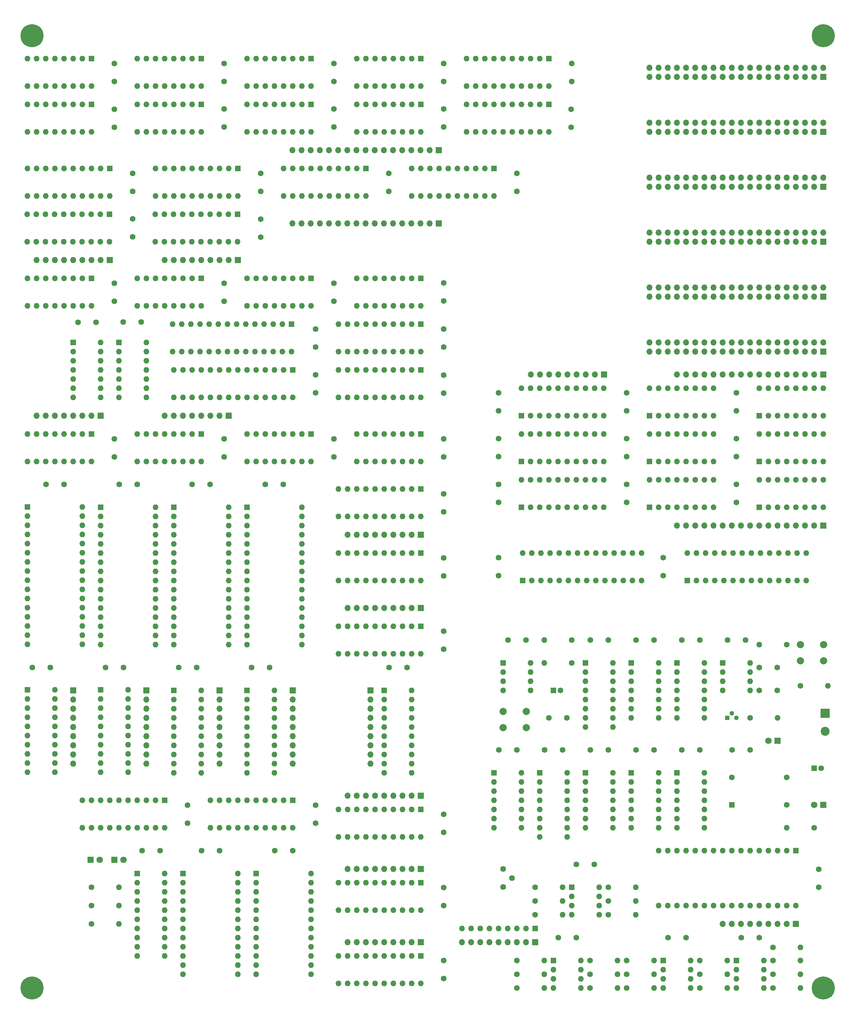
<source format=gbr>
G04 #@! TF.GenerationSoftware,KiCad,Pcbnew,(5.1.0-0)*
G04 #@! TF.CreationDate,2019-11-14T15:36:09-08:00*
G04 #@! TF.ProjectId,MainBoard,4d61696e-426f-4617-9264-2e6b69636164,rev?*
G04 #@! TF.SameCoordinates,Original*
G04 #@! TF.FileFunction,Soldermask,Top*
G04 #@! TF.FilePolarity,Negative*
%FSLAX46Y46*%
G04 Gerber Fmt 4.6, Leading zero omitted, Abs format (unit mm)*
G04 Created by KiCad (PCBNEW (5.1.0-0)) date 2019-11-14 15:36:09*
%MOMM*%
%LPD*%
G04 APERTURE LIST*
%ADD10O,1.600000X1.600000*%
%ADD11C,1.600000*%
%ADD12R,1.600000X1.600000*%
%ADD13O,1.700000X1.700000*%
%ADD14R,1.700000X1.700000*%
%ADD15C,2.500000*%
%ADD16R,2.500000X2.500000*%
%ADD17C,6.400000*%
%ADD18R,1.300000X1.300000*%
%ADD19C,1.300000*%
%ADD20C,2.000000*%
%ADD21C,1.620000*%
%ADD22C,1.800000*%
%ADD23R,1.800000X1.800000*%
G04 APERTURE END LIST*
D10*
X389890000Y-330327000D03*
D11*
X382270000Y-330327000D03*
D10*
X304800000Y-121920000D03*
X281940000Y-114300000D03*
X302260000Y-121920000D03*
X284480000Y-114300000D03*
X299720000Y-121920000D03*
X287020000Y-114300000D03*
X297180000Y-121920000D03*
X289560000Y-114300000D03*
X294640000Y-121920000D03*
X292100000Y-114300000D03*
X292100000Y-121920000D03*
X294640000Y-114300000D03*
X289560000Y-121920000D03*
X297180000Y-114300000D03*
X287020000Y-121920000D03*
X299720000Y-114300000D03*
X284480000Y-121920000D03*
X302260000Y-114300000D03*
X281940000Y-121920000D03*
D12*
X304800000Y-114300000D03*
D10*
X269240000Y-121920000D03*
X246380000Y-114300000D03*
X266700000Y-121920000D03*
X248920000Y-114300000D03*
X264160000Y-121920000D03*
X251460000Y-114300000D03*
X261620000Y-121920000D03*
X254000000Y-114300000D03*
X259080000Y-121920000D03*
X256540000Y-114300000D03*
X256540000Y-121920000D03*
X259080000Y-114300000D03*
X254000000Y-121920000D03*
X261620000Y-114300000D03*
X251460000Y-121920000D03*
X264160000Y-114300000D03*
X248920000Y-121920000D03*
X266700000Y-114300000D03*
X246380000Y-121920000D03*
D12*
X269240000Y-114300000D03*
D10*
X233680000Y-121920000D03*
X210820000Y-114300000D03*
X231140000Y-121920000D03*
X213360000Y-114300000D03*
X228600000Y-121920000D03*
X215900000Y-114300000D03*
X226060000Y-121920000D03*
X218440000Y-114300000D03*
X223520000Y-121920000D03*
X220980000Y-114300000D03*
X220980000Y-121920000D03*
X223520000Y-114300000D03*
X218440000Y-121920000D03*
X226060000Y-114300000D03*
X215900000Y-121920000D03*
X228600000Y-114300000D03*
X213360000Y-121920000D03*
X231140000Y-114300000D03*
X210820000Y-121920000D03*
D12*
X233680000Y-114300000D03*
D10*
X198120000Y-121920000D03*
X175260000Y-114300000D03*
X195580000Y-121920000D03*
X177800000Y-114300000D03*
X193040000Y-121920000D03*
X180340000Y-114300000D03*
X190500000Y-121920000D03*
X182880000Y-114300000D03*
X187960000Y-121920000D03*
X185420000Y-114300000D03*
X185420000Y-121920000D03*
X187960000Y-114300000D03*
X182880000Y-121920000D03*
X190500000Y-114300000D03*
X180340000Y-121920000D03*
X193040000Y-114300000D03*
X177800000Y-121920000D03*
X195580000Y-114300000D03*
X175260000Y-121920000D03*
D12*
X198120000Y-114300000D03*
D13*
X248840000Y-129540000D03*
X251380000Y-129540000D03*
X253920000Y-129540000D03*
X256460000Y-129540000D03*
X259000000Y-129540000D03*
X261540000Y-129540000D03*
X264080000Y-129540000D03*
X266620000Y-129540000D03*
X269160000Y-129540000D03*
X271700000Y-129540000D03*
X274240000Y-129540000D03*
X276780000Y-129540000D03*
X279320000Y-129540000D03*
X281860000Y-129540000D03*
X284400000Y-129540000D03*
X286940000Y-129540000D03*
D14*
X289480000Y-129540000D03*
D11*
X311150000Y-115650000D03*
X311150000Y-120650000D03*
X275590000Y-115650000D03*
X275590000Y-120650000D03*
X240030000Y-115650000D03*
X240030000Y-120650000D03*
X204470000Y-115650000D03*
X204470000Y-120650000D03*
D10*
X358540000Y-220980000D03*
X391560000Y-228600000D03*
X361080000Y-220980000D03*
X389020000Y-228600000D03*
X363620000Y-220980000D03*
X386480000Y-228600000D03*
X366160000Y-220980000D03*
X383940000Y-228600000D03*
X368700000Y-220980000D03*
X381400000Y-228600000D03*
X371240000Y-220980000D03*
X378860000Y-228600000D03*
X373780000Y-220980000D03*
X376320000Y-228600000D03*
X376320000Y-220980000D03*
X373780000Y-228600000D03*
X378860000Y-220980000D03*
X371240000Y-228600000D03*
X381400000Y-220980000D03*
X368700000Y-228600000D03*
X383940000Y-220980000D03*
X366160000Y-228600000D03*
X386480000Y-220980000D03*
X363620000Y-228600000D03*
X389020000Y-220980000D03*
X361080000Y-228600000D03*
X391560000Y-220980000D03*
D12*
X358540000Y-228600000D03*
D10*
X312820000Y-220980000D03*
X345840000Y-228600000D03*
X315360000Y-220980000D03*
X343300000Y-228600000D03*
X317900000Y-220980000D03*
X340760000Y-228600000D03*
X320440000Y-220980000D03*
X338220000Y-228600000D03*
X322980000Y-220980000D03*
X335680000Y-228600000D03*
X325520000Y-220980000D03*
X333140000Y-228600000D03*
X328060000Y-220980000D03*
X330600000Y-228600000D03*
X330600000Y-220980000D03*
X328060000Y-228600000D03*
X333140000Y-220980000D03*
X325520000Y-228600000D03*
X335680000Y-220980000D03*
X322980000Y-228600000D03*
X338220000Y-220980000D03*
X320440000Y-228600000D03*
X340760000Y-220980000D03*
X317900000Y-228600000D03*
X343300000Y-220980000D03*
X315360000Y-228600000D03*
X345840000Y-220980000D03*
D12*
X312820000Y-228600000D03*
D13*
X347980000Y-86360000D03*
X347980000Y-88900000D03*
X350520000Y-86360000D03*
X350520000Y-88900000D03*
X353060000Y-86360000D03*
X353060000Y-88900000D03*
X355600000Y-86360000D03*
X355600000Y-88900000D03*
X358140000Y-86360000D03*
X358140000Y-88900000D03*
X360680000Y-86360000D03*
X360680000Y-88900000D03*
X363220000Y-86360000D03*
X363220000Y-88900000D03*
X365760000Y-86360000D03*
X365760000Y-88900000D03*
X368300000Y-86360000D03*
X368300000Y-88900000D03*
X370840000Y-86360000D03*
X370840000Y-88900000D03*
X373380000Y-86360000D03*
X373380000Y-88900000D03*
X375920000Y-86360000D03*
X375920000Y-88900000D03*
X378460000Y-86360000D03*
X378460000Y-88900000D03*
X381000000Y-86360000D03*
X381000000Y-88900000D03*
X383540000Y-86360000D03*
X383540000Y-88900000D03*
X386080000Y-86360000D03*
X386080000Y-88900000D03*
X388620000Y-86360000D03*
X388620000Y-88900000D03*
X391160000Y-86360000D03*
X391160000Y-88900000D03*
X393700000Y-86360000D03*
X393700000Y-88900000D03*
X396240000Y-86360000D03*
D14*
X396240000Y-88900000D03*
D11*
X351790000Y-227250000D03*
X351790000Y-222250000D03*
X306070000Y-227250000D03*
X306070000Y-222250000D03*
D13*
X355600000Y-171450000D03*
X358140000Y-171450000D03*
X360680000Y-171450000D03*
X363220000Y-171450000D03*
X365760000Y-171450000D03*
X368300000Y-171450000D03*
X370840000Y-171450000D03*
X373380000Y-171450000D03*
X375920000Y-171450000D03*
X378460000Y-171450000D03*
X381000000Y-171450000D03*
X383540000Y-171450000D03*
X386080000Y-171450000D03*
X388620000Y-171450000D03*
X391160000Y-171450000D03*
X393700000Y-171450000D03*
D14*
X396240000Y-171450000D03*
D10*
X347980000Y-200660000D03*
X365760000Y-208280000D03*
X350520000Y-200660000D03*
X363220000Y-208280000D03*
X353060000Y-200660000D03*
X360680000Y-208280000D03*
X355600000Y-200660000D03*
X358140000Y-208280000D03*
X358140000Y-200660000D03*
X355600000Y-208280000D03*
X360680000Y-200660000D03*
X353060000Y-208280000D03*
X363220000Y-200660000D03*
X350520000Y-208280000D03*
X365760000Y-200660000D03*
D12*
X347980000Y-208280000D03*
D10*
X378460000Y-200660000D03*
X396240000Y-208280000D03*
X381000000Y-200660000D03*
X393700000Y-208280000D03*
X383540000Y-200660000D03*
X391160000Y-208280000D03*
X386080000Y-200660000D03*
X388620000Y-208280000D03*
X388620000Y-200660000D03*
X386080000Y-208280000D03*
X391160000Y-200660000D03*
X383540000Y-208280000D03*
X393700000Y-200660000D03*
X381000000Y-208280000D03*
X396240000Y-200660000D03*
D12*
X378460000Y-208280000D03*
D10*
X312420000Y-187960000D03*
X335280000Y-195580000D03*
X314960000Y-187960000D03*
X332740000Y-195580000D03*
X317500000Y-187960000D03*
X330200000Y-195580000D03*
X320040000Y-187960000D03*
X327660000Y-195580000D03*
X322580000Y-187960000D03*
X325120000Y-195580000D03*
X325120000Y-187960000D03*
X322580000Y-195580000D03*
X327660000Y-187960000D03*
X320040000Y-195580000D03*
X330200000Y-187960000D03*
X317500000Y-195580000D03*
X332740000Y-187960000D03*
X314960000Y-195580000D03*
X335280000Y-187960000D03*
D12*
X312420000Y-195580000D03*
D10*
X347980000Y-187960000D03*
X365760000Y-195580000D03*
X350520000Y-187960000D03*
X363220000Y-195580000D03*
X353060000Y-187960000D03*
X360680000Y-195580000D03*
X355600000Y-187960000D03*
X358140000Y-195580000D03*
X358140000Y-187960000D03*
X355600000Y-195580000D03*
X360680000Y-187960000D03*
X353060000Y-195580000D03*
X363220000Y-187960000D03*
X350520000Y-195580000D03*
X365760000Y-187960000D03*
D12*
X347980000Y-195580000D03*
D10*
X312420000Y-200660000D03*
X335280000Y-208280000D03*
X314960000Y-200660000D03*
X332740000Y-208280000D03*
X317500000Y-200660000D03*
X330200000Y-208280000D03*
X320040000Y-200660000D03*
X327660000Y-208280000D03*
X322580000Y-200660000D03*
X325120000Y-208280000D03*
X325120000Y-200660000D03*
X322580000Y-208280000D03*
X327660000Y-200660000D03*
X320040000Y-208280000D03*
X330200000Y-200660000D03*
X317500000Y-208280000D03*
X332740000Y-200660000D03*
X314960000Y-208280000D03*
X335280000Y-200660000D03*
D12*
X312420000Y-208280000D03*
D10*
X378460000Y-187960000D03*
X396240000Y-195580000D03*
X381000000Y-187960000D03*
X393700000Y-195580000D03*
X383540000Y-187960000D03*
X391160000Y-195580000D03*
X386080000Y-187960000D03*
X388620000Y-195580000D03*
X388620000Y-187960000D03*
X386080000Y-195580000D03*
X391160000Y-187960000D03*
X383540000Y-195580000D03*
X393700000Y-187960000D03*
X381000000Y-195580000D03*
X396240000Y-187960000D03*
D12*
X378460000Y-195580000D03*
D13*
X355600000Y-213360000D03*
X358140000Y-213360000D03*
X360680000Y-213360000D03*
X363220000Y-213360000D03*
X365760000Y-213360000D03*
X368300000Y-213360000D03*
X370840000Y-213360000D03*
X373380000Y-213360000D03*
X375920000Y-213360000D03*
X378460000Y-213360000D03*
X381000000Y-213360000D03*
X383540000Y-213360000D03*
X386080000Y-213360000D03*
X388620000Y-213360000D03*
X391160000Y-213360000D03*
X393700000Y-213360000D03*
D14*
X396240000Y-213360000D03*
D11*
X306070000Y-206930000D03*
X306070000Y-201930000D03*
X372110000Y-206930000D03*
X372110000Y-201930000D03*
X341630000Y-206930000D03*
X341630000Y-201930000D03*
X372110000Y-194230000D03*
X372110000Y-189230000D03*
X341630000Y-194230000D03*
X341630000Y-189230000D03*
X306070000Y-194230000D03*
X306070000Y-189230000D03*
D10*
X193040000Y-91440000D03*
X175260000Y-83820000D03*
X190500000Y-91440000D03*
X177800000Y-83820000D03*
X187960000Y-91440000D03*
X180340000Y-83820000D03*
X185420000Y-91440000D03*
X182880000Y-83820000D03*
X182880000Y-91440000D03*
X185420000Y-83820000D03*
X180340000Y-91440000D03*
X187960000Y-83820000D03*
X177800000Y-91440000D03*
X190500000Y-83820000D03*
X175260000Y-91440000D03*
D12*
X193040000Y-83820000D03*
D10*
X223520000Y-91440000D03*
X205740000Y-83820000D03*
X220980000Y-91440000D03*
X208280000Y-83820000D03*
X218440000Y-91440000D03*
X210820000Y-83820000D03*
X215900000Y-91440000D03*
X213360000Y-83820000D03*
X213360000Y-91440000D03*
X215900000Y-83820000D03*
X210820000Y-91440000D03*
X218440000Y-83820000D03*
X208280000Y-91440000D03*
X220980000Y-83820000D03*
X205740000Y-91440000D03*
D12*
X223520000Y-83820000D03*
D10*
X320040000Y-91440000D03*
X297180000Y-83820000D03*
X317500000Y-91440000D03*
X299720000Y-83820000D03*
X314960000Y-91440000D03*
X302260000Y-83820000D03*
X312420000Y-91440000D03*
X304800000Y-83820000D03*
X309880000Y-91440000D03*
X307340000Y-83820000D03*
X307340000Y-91440000D03*
X309880000Y-83820000D03*
X304800000Y-91440000D03*
X312420000Y-83820000D03*
X302260000Y-91440000D03*
X314960000Y-83820000D03*
X299720000Y-91440000D03*
X317500000Y-83820000D03*
X297180000Y-91440000D03*
D12*
X320040000Y-83820000D03*
D10*
X254000000Y-91440000D03*
X236220000Y-83820000D03*
X251460000Y-91440000D03*
X238760000Y-83820000D03*
X248920000Y-91440000D03*
X241300000Y-83820000D03*
X246380000Y-91440000D03*
X243840000Y-83820000D03*
X243840000Y-91440000D03*
X246380000Y-83820000D03*
X241300000Y-91440000D03*
X248920000Y-83820000D03*
X238760000Y-91440000D03*
X251460000Y-83820000D03*
X236220000Y-91440000D03*
D12*
X254000000Y-83820000D03*
D10*
X320040000Y-104140000D03*
X297180000Y-96520000D03*
X317500000Y-104140000D03*
X299720000Y-96520000D03*
X314960000Y-104140000D03*
X302260000Y-96520000D03*
X312420000Y-104140000D03*
X304800000Y-96520000D03*
X309880000Y-104140000D03*
X307340000Y-96520000D03*
X307340000Y-104140000D03*
X309880000Y-96520000D03*
X304800000Y-104140000D03*
X312420000Y-96520000D03*
X302260000Y-104140000D03*
X314960000Y-96520000D03*
X299720000Y-104140000D03*
X317500000Y-96520000D03*
X297180000Y-104140000D03*
D12*
X320040000Y-96520000D03*
D10*
X284480000Y-91440000D03*
X266700000Y-83820000D03*
X281940000Y-91440000D03*
X269240000Y-83820000D03*
X279400000Y-91440000D03*
X271780000Y-83820000D03*
X276860000Y-91440000D03*
X274320000Y-83820000D03*
X274320000Y-91440000D03*
X276860000Y-83820000D03*
X271780000Y-91440000D03*
X279400000Y-83820000D03*
X269240000Y-91440000D03*
X281940000Y-83820000D03*
X266700000Y-91440000D03*
D12*
X284480000Y-83820000D03*
D11*
X326390000Y-85170000D03*
X326390000Y-90170000D03*
X326263000Y-97870000D03*
X326263000Y-102870000D03*
X275670000Y-252730000D03*
X280670000Y-252730000D03*
D13*
X264160000Y-236220000D03*
X266700000Y-236220000D03*
X269240000Y-236220000D03*
X271780000Y-236220000D03*
X274320000Y-236220000D03*
X276860000Y-236220000D03*
X279400000Y-236220000D03*
X281940000Y-236220000D03*
D14*
X284480000Y-236220000D03*
D13*
X264160000Y-215900000D03*
X266700000Y-215900000D03*
X269240000Y-215900000D03*
X271780000Y-215900000D03*
X274320000Y-215900000D03*
X276860000Y-215900000D03*
X279400000Y-215900000D03*
X281940000Y-215900000D03*
D14*
X284480000Y-215900000D03*
D10*
X233680000Y-309880000D03*
X218440000Y-337820000D03*
X233680000Y-312420000D03*
X218440000Y-335280000D03*
X233680000Y-314960000D03*
X218440000Y-332740000D03*
X233680000Y-317500000D03*
X218440000Y-330200000D03*
X233680000Y-320040000D03*
X218440000Y-327660000D03*
X233680000Y-322580000D03*
X218440000Y-325120000D03*
X233680000Y-325120000D03*
X218440000Y-322580000D03*
X233680000Y-327660000D03*
X218440000Y-320040000D03*
X233680000Y-330200000D03*
X218440000Y-317500000D03*
X233680000Y-332740000D03*
X218440000Y-314960000D03*
X233680000Y-335280000D03*
X218440000Y-312420000D03*
X233680000Y-337820000D03*
D12*
X218440000Y-309880000D03*
D10*
X254000000Y-309880000D03*
X238760000Y-337820000D03*
X254000000Y-312420000D03*
X238760000Y-335280000D03*
X254000000Y-314960000D03*
X238760000Y-332740000D03*
X254000000Y-317500000D03*
X238760000Y-330200000D03*
X254000000Y-320040000D03*
X238760000Y-327660000D03*
X254000000Y-322580000D03*
X238760000Y-325120000D03*
X254000000Y-325120000D03*
X238760000Y-322580000D03*
X254000000Y-327660000D03*
X238760000Y-320040000D03*
X254000000Y-330200000D03*
X238760000Y-317500000D03*
X254000000Y-332740000D03*
X238760000Y-314960000D03*
X254000000Y-335280000D03*
X238760000Y-312420000D03*
X254000000Y-337820000D03*
D12*
X238760000Y-309880000D03*
D10*
X284480000Y-340360000D03*
X261620000Y-332740000D03*
X281940000Y-340360000D03*
X264160000Y-332740000D03*
X279400000Y-340360000D03*
X266700000Y-332740000D03*
X276860000Y-340360000D03*
X269240000Y-332740000D03*
X274320000Y-340360000D03*
X271780000Y-332740000D03*
X271780000Y-340360000D03*
X274320000Y-332740000D03*
X269240000Y-340360000D03*
X276860000Y-332740000D03*
X266700000Y-340360000D03*
X279400000Y-332740000D03*
X264160000Y-340360000D03*
X281940000Y-332740000D03*
X261620000Y-340360000D03*
D12*
X284480000Y-332740000D03*
D10*
X284480000Y-320040000D03*
X261620000Y-312420000D03*
X281940000Y-320040000D03*
X264160000Y-312420000D03*
X279400000Y-320040000D03*
X266700000Y-312420000D03*
X276860000Y-320040000D03*
X269240000Y-312420000D03*
X274320000Y-320040000D03*
X271780000Y-312420000D03*
X271780000Y-320040000D03*
X274320000Y-312420000D03*
X269240000Y-320040000D03*
X276860000Y-312420000D03*
X266700000Y-320040000D03*
X279400000Y-312420000D03*
X264160000Y-320040000D03*
X281940000Y-312420000D03*
X261620000Y-320040000D03*
D12*
X284480000Y-312420000D03*
D10*
X284480000Y-299720000D03*
X261620000Y-292100000D03*
X281940000Y-299720000D03*
X264160000Y-292100000D03*
X279400000Y-299720000D03*
X266700000Y-292100000D03*
X276860000Y-299720000D03*
X269240000Y-292100000D03*
X274320000Y-299720000D03*
X271780000Y-292100000D03*
X271780000Y-299720000D03*
X274320000Y-292100000D03*
X269240000Y-299720000D03*
X276860000Y-292100000D03*
X266700000Y-299720000D03*
X279400000Y-292100000D03*
X264160000Y-299720000D03*
X281940000Y-292100000D03*
X261620000Y-299720000D03*
D12*
X284480000Y-292100000D03*
D10*
X281940000Y-259080000D03*
X274320000Y-281940000D03*
X281940000Y-261620000D03*
X274320000Y-279400000D03*
X281940000Y-264160000D03*
X274320000Y-276860000D03*
X281940000Y-266700000D03*
X274320000Y-274320000D03*
X281940000Y-269240000D03*
X274320000Y-271780000D03*
X281940000Y-271780000D03*
X274320000Y-269240000D03*
X281940000Y-274320000D03*
X274320000Y-266700000D03*
X281940000Y-276860000D03*
X274320000Y-264160000D03*
X281940000Y-279400000D03*
X274320000Y-261620000D03*
X281940000Y-281940000D03*
D12*
X274320000Y-259080000D03*
D10*
X284480000Y-165100000D03*
X261620000Y-157480000D03*
X281940000Y-165100000D03*
X264160000Y-157480000D03*
X279400000Y-165100000D03*
X266700000Y-157480000D03*
X276860000Y-165100000D03*
X269240000Y-157480000D03*
X274320000Y-165100000D03*
X271780000Y-157480000D03*
X271780000Y-165100000D03*
X274320000Y-157480000D03*
X269240000Y-165100000D03*
X276860000Y-157480000D03*
X266700000Y-165100000D03*
X279400000Y-157480000D03*
X264160000Y-165100000D03*
X281940000Y-157480000D03*
X261620000Y-165100000D03*
D12*
X284480000Y-157480000D03*
D10*
X284480000Y-177800000D03*
X261620000Y-170180000D03*
X281940000Y-177800000D03*
X264160000Y-170180000D03*
X279400000Y-177800000D03*
X266700000Y-170180000D03*
X276860000Y-177800000D03*
X269240000Y-170180000D03*
X274320000Y-177800000D03*
X271780000Y-170180000D03*
X271780000Y-177800000D03*
X274320000Y-170180000D03*
X269240000Y-177800000D03*
X276860000Y-170180000D03*
X266700000Y-177800000D03*
X279400000Y-170180000D03*
X264160000Y-177800000D03*
X281940000Y-170180000D03*
X261620000Y-177800000D03*
D12*
X284480000Y-170180000D03*
D10*
X248615800Y-165100000D03*
X215595800Y-157480000D03*
X246075800Y-165100000D03*
X218135800Y-157480000D03*
X243535800Y-165100000D03*
X220675800Y-157480000D03*
X240995800Y-165100000D03*
X223215800Y-157480000D03*
X238455800Y-165100000D03*
X225755800Y-157480000D03*
X235915800Y-165100000D03*
X228295800Y-157480000D03*
X233375800Y-165100000D03*
X230835800Y-157480000D03*
X230835800Y-165100000D03*
X233375800Y-157480000D03*
X228295800Y-165100000D03*
X235915800Y-157480000D03*
X225755800Y-165100000D03*
X238455800Y-157480000D03*
X223215800Y-165100000D03*
X240995800Y-157480000D03*
X220675800Y-165100000D03*
X243535800Y-157480000D03*
X218135800Y-165100000D03*
X246075800Y-157480000D03*
X215595800Y-165100000D03*
D12*
X248615800Y-157480000D03*
D10*
X248920000Y-177800000D03*
X215900000Y-170180000D03*
X246380000Y-177800000D03*
X218440000Y-170180000D03*
X243840000Y-177800000D03*
X220980000Y-170180000D03*
X241300000Y-177800000D03*
X223520000Y-170180000D03*
X238760000Y-177800000D03*
X226060000Y-170180000D03*
X236220000Y-177800000D03*
X228600000Y-170180000D03*
X233680000Y-177800000D03*
X231140000Y-170180000D03*
X231140000Y-177800000D03*
X233680000Y-170180000D03*
X228600000Y-177800000D03*
X236220000Y-170180000D03*
X226060000Y-177800000D03*
X238760000Y-170180000D03*
X223520000Y-177800000D03*
X241300000Y-170180000D03*
X220980000Y-177800000D03*
X243840000Y-170180000D03*
X218440000Y-177800000D03*
X246380000Y-170180000D03*
X215900000Y-177800000D03*
D12*
X248920000Y-170180000D03*
D13*
X248920000Y-279400000D03*
X248920000Y-276860000D03*
X248920000Y-274320000D03*
X248920000Y-271780000D03*
X248920000Y-269240000D03*
X248920000Y-266700000D03*
X248920000Y-264160000D03*
X248920000Y-261620000D03*
D14*
X248920000Y-259080000D03*
D13*
X228600000Y-279400000D03*
X228600000Y-276860000D03*
X228600000Y-274320000D03*
X228600000Y-271780000D03*
X228600000Y-269240000D03*
X228600000Y-266700000D03*
X228600000Y-264160000D03*
X228600000Y-261620000D03*
D14*
X228600000Y-259080000D03*
D13*
X208280000Y-279400000D03*
X208280000Y-276860000D03*
X208280000Y-274320000D03*
X208280000Y-271780000D03*
X208280000Y-269240000D03*
X208280000Y-266700000D03*
X208280000Y-264160000D03*
X208280000Y-261620000D03*
D14*
X208280000Y-259080000D03*
D13*
X187960000Y-279400000D03*
X187960000Y-276860000D03*
X187960000Y-274320000D03*
X187960000Y-271780000D03*
X187960000Y-269240000D03*
X187960000Y-266700000D03*
X187960000Y-264160000D03*
X187960000Y-261620000D03*
D14*
X187960000Y-259080000D03*
D10*
X203200000Y-258922000D03*
X195580000Y-281782000D03*
X203200000Y-261462000D03*
X195580000Y-279242000D03*
X203200000Y-264002000D03*
X195580000Y-276702000D03*
X203200000Y-266542000D03*
X195580000Y-274162000D03*
X203200000Y-269082000D03*
X195580000Y-271622000D03*
X203200000Y-271622000D03*
X195580000Y-269082000D03*
X203200000Y-274162000D03*
X195580000Y-266542000D03*
X203200000Y-276702000D03*
X195580000Y-264002000D03*
X203200000Y-279242000D03*
X195580000Y-261462000D03*
X203200000Y-281782000D03*
D12*
X195580000Y-258922000D03*
D10*
X182880000Y-258922000D03*
X175260000Y-281782000D03*
X182880000Y-261462000D03*
X175260000Y-279242000D03*
X182880000Y-264002000D03*
X175260000Y-276702000D03*
X182880000Y-266542000D03*
X175260000Y-274162000D03*
X182880000Y-269082000D03*
X175260000Y-271622000D03*
X182880000Y-271622000D03*
X175260000Y-269082000D03*
X182880000Y-274162000D03*
X175260000Y-266542000D03*
X182880000Y-276702000D03*
X175260000Y-264002000D03*
X182880000Y-279242000D03*
X175260000Y-261462000D03*
X182880000Y-281782000D03*
D12*
X175260000Y-258922000D03*
D10*
X210820000Y-208280000D03*
X195580000Y-246380000D03*
X210820000Y-210820000D03*
X195580000Y-243840000D03*
X210820000Y-213360000D03*
X195580000Y-241300000D03*
X210820000Y-215900000D03*
X195580000Y-238760000D03*
X210820000Y-218440000D03*
X195580000Y-236220000D03*
X210820000Y-220980000D03*
X195580000Y-233680000D03*
X210820000Y-223520000D03*
X195580000Y-231140000D03*
X210820000Y-226060000D03*
X195580000Y-228600000D03*
X210820000Y-228600000D03*
X195580000Y-226060000D03*
X210820000Y-231140000D03*
X195580000Y-223520000D03*
X210820000Y-233680000D03*
X195580000Y-220980000D03*
X210820000Y-236220000D03*
X195580000Y-218440000D03*
X210820000Y-238760000D03*
X195580000Y-215900000D03*
X210820000Y-241300000D03*
X195580000Y-213360000D03*
X210820000Y-243840000D03*
X195580000Y-210820000D03*
X210820000Y-246380000D03*
D12*
X195580000Y-208280000D03*
D10*
X190500000Y-208172000D03*
X175260000Y-246272000D03*
X190500000Y-210712000D03*
X175260000Y-243732000D03*
X190500000Y-213252000D03*
X175260000Y-241192000D03*
X190500000Y-215792000D03*
X175260000Y-238652000D03*
X190500000Y-218332000D03*
X175260000Y-236112000D03*
X190500000Y-220872000D03*
X175260000Y-233572000D03*
X190500000Y-223412000D03*
X175260000Y-231032000D03*
X190500000Y-225952000D03*
X175260000Y-228492000D03*
X190500000Y-228492000D03*
X175260000Y-225952000D03*
X190500000Y-231032000D03*
X175260000Y-223412000D03*
X190500000Y-233572000D03*
X175260000Y-220872000D03*
X190500000Y-236112000D03*
X175260000Y-218332000D03*
X190500000Y-238652000D03*
X175260000Y-215792000D03*
X190500000Y-241192000D03*
X175260000Y-213252000D03*
X190500000Y-243732000D03*
X175260000Y-210712000D03*
X190500000Y-246272000D03*
D12*
X175260000Y-208172000D03*
D11*
X180420000Y-201930000D03*
X185420000Y-201930000D03*
X196930000Y-252730000D03*
X201930000Y-252730000D03*
X176610000Y-252730000D03*
X181610000Y-252730000D03*
X200740000Y-201930000D03*
X205740000Y-201930000D03*
D10*
X378460000Y-175260000D03*
X396240000Y-182880000D03*
X381000000Y-175260000D03*
X393700000Y-182880000D03*
X383540000Y-175260000D03*
X391160000Y-182880000D03*
X386080000Y-175260000D03*
X388620000Y-182880000D03*
X388620000Y-175260000D03*
X386080000Y-182880000D03*
X391160000Y-175260000D03*
X383540000Y-182880000D03*
X393700000Y-175260000D03*
X381000000Y-182880000D03*
X396240000Y-175260000D03*
D12*
X378460000Y-182880000D03*
D15*
X396748000Y-270430000D03*
D16*
X396748000Y-265430000D03*
D17*
X396240000Y-341630000D03*
X396240000Y-77470000D03*
X176530000Y-341630000D03*
X176530000Y-77470000D03*
D10*
X208280000Y-162560000D03*
X200660000Y-177800000D03*
X208280000Y-165100000D03*
X200660000Y-175260000D03*
X208280000Y-167640000D03*
X200660000Y-172720000D03*
X208280000Y-170180000D03*
X200660000Y-170180000D03*
X208280000Y-172720000D03*
X200660000Y-167640000D03*
X208280000Y-175260000D03*
X200660000Y-165100000D03*
X208280000Y-177800000D03*
D12*
X200660000Y-162560000D03*
D10*
X195580000Y-162560000D03*
X187960000Y-177800000D03*
X195580000Y-165100000D03*
X187960000Y-175260000D03*
X195580000Y-167640000D03*
X187960000Y-172720000D03*
X195580000Y-170180000D03*
X187960000Y-170180000D03*
X195580000Y-172720000D03*
X187960000Y-167640000D03*
X195580000Y-175260000D03*
X187960000Y-165100000D03*
X195580000Y-177800000D03*
D12*
X187960000Y-162560000D03*
D11*
X290830000Y-158830000D03*
X290830000Y-163830000D03*
X372110000Y-181530000D03*
X372110000Y-176530000D03*
D13*
X347980000Y-116840000D03*
X347980000Y-119380000D03*
X350520000Y-116840000D03*
X350520000Y-119380000D03*
X353060000Y-116840000D03*
X353060000Y-119380000D03*
X355600000Y-116840000D03*
X355600000Y-119380000D03*
X358140000Y-116840000D03*
X358140000Y-119380000D03*
X360680000Y-116840000D03*
X360680000Y-119380000D03*
X363220000Y-116840000D03*
X363220000Y-119380000D03*
X365760000Y-116840000D03*
X365760000Y-119380000D03*
X368300000Y-116840000D03*
X368300000Y-119380000D03*
X370840000Y-116840000D03*
X370840000Y-119380000D03*
X373380000Y-116840000D03*
X373380000Y-119380000D03*
X375920000Y-116840000D03*
X375920000Y-119380000D03*
X378460000Y-116840000D03*
X378460000Y-119380000D03*
X381000000Y-116840000D03*
X381000000Y-119380000D03*
X383540000Y-116840000D03*
X383540000Y-119380000D03*
X386080000Y-116840000D03*
X386080000Y-119380000D03*
X388620000Y-116840000D03*
X388620000Y-119380000D03*
X391160000Y-116840000D03*
X391160000Y-119380000D03*
X393700000Y-116840000D03*
X393700000Y-119380000D03*
X396240000Y-116840000D03*
D14*
X396240000Y-119380000D03*
D13*
X347980000Y-147320000D03*
X347980000Y-149860000D03*
X350520000Y-147320000D03*
X350520000Y-149860000D03*
X353060000Y-147320000D03*
X353060000Y-149860000D03*
X355600000Y-147320000D03*
X355600000Y-149860000D03*
X358140000Y-147320000D03*
X358140000Y-149860000D03*
X360680000Y-147320000D03*
X360680000Y-149860000D03*
X363220000Y-147320000D03*
X363220000Y-149860000D03*
X365760000Y-147320000D03*
X365760000Y-149860000D03*
X368300000Y-147320000D03*
X368300000Y-149860000D03*
X370840000Y-147320000D03*
X370840000Y-149860000D03*
X373380000Y-147320000D03*
X373380000Y-149860000D03*
X375920000Y-147320000D03*
X375920000Y-149860000D03*
X378460000Y-147320000D03*
X378460000Y-149860000D03*
X381000000Y-147320000D03*
X381000000Y-149860000D03*
X383540000Y-147320000D03*
X383540000Y-149860000D03*
X386080000Y-147320000D03*
X386080000Y-149860000D03*
X388620000Y-147320000D03*
X388620000Y-149860000D03*
X391160000Y-147320000D03*
X391160000Y-149860000D03*
X393700000Y-147320000D03*
X393700000Y-149860000D03*
X396240000Y-147320000D03*
D14*
X396240000Y-149860000D03*
D13*
X347980000Y-162560000D03*
X347980000Y-165100000D03*
X350520000Y-162560000D03*
X350520000Y-165100000D03*
X353060000Y-162560000D03*
X353060000Y-165100000D03*
X355600000Y-162560000D03*
X355600000Y-165100000D03*
X358140000Y-162560000D03*
X358140000Y-165100000D03*
X360680000Y-162560000D03*
X360680000Y-165100000D03*
X363220000Y-162560000D03*
X363220000Y-165100000D03*
X365760000Y-162560000D03*
X365760000Y-165100000D03*
X368300000Y-162560000D03*
X368300000Y-165100000D03*
X370840000Y-162560000D03*
X370840000Y-165100000D03*
X373380000Y-162560000D03*
X373380000Y-165100000D03*
X375920000Y-162560000D03*
X375920000Y-165100000D03*
X378460000Y-162560000D03*
X378460000Y-165100000D03*
X381000000Y-162560000D03*
X381000000Y-165100000D03*
X383540000Y-162560000D03*
X383540000Y-165100000D03*
X386080000Y-162560000D03*
X386080000Y-165100000D03*
X388620000Y-162560000D03*
X388620000Y-165100000D03*
X391160000Y-162560000D03*
X391160000Y-165100000D03*
X393700000Y-162560000D03*
X393700000Y-165100000D03*
X396240000Y-162560000D03*
D14*
X396240000Y-165100000D03*
D13*
X347980000Y-132080000D03*
X347980000Y-134620000D03*
X350520000Y-132080000D03*
X350520000Y-134620000D03*
X353060000Y-132080000D03*
X353060000Y-134620000D03*
X355600000Y-132080000D03*
X355600000Y-134620000D03*
X358140000Y-132080000D03*
X358140000Y-134620000D03*
X360680000Y-132080000D03*
X360680000Y-134620000D03*
X363220000Y-132080000D03*
X363220000Y-134620000D03*
X365760000Y-132080000D03*
X365760000Y-134620000D03*
X368300000Y-132080000D03*
X368300000Y-134620000D03*
X370840000Y-132080000D03*
X370840000Y-134620000D03*
X373380000Y-132080000D03*
X373380000Y-134620000D03*
X375920000Y-132080000D03*
X375920000Y-134620000D03*
X378460000Y-132080000D03*
X378460000Y-134620000D03*
X381000000Y-132080000D03*
X381000000Y-134620000D03*
X383540000Y-132080000D03*
X383540000Y-134620000D03*
X386080000Y-132080000D03*
X386080000Y-134620000D03*
X388620000Y-132080000D03*
X388620000Y-134620000D03*
X391160000Y-132080000D03*
X391160000Y-134620000D03*
X393700000Y-132080000D03*
X393700000Y-134620000D03*
X396240000Y-132080000D03*
D14*
X396240000Y-134620000D03*
D13*
X347980000Y-101600000D03*
X347980000Y-104140000D03*
X350520000Y-101600000D03*
X350520000Y-104140000D03*
X353060000Y-101600000D03*
X353060000Y-104140000D03*
X355600000Y-101600000D03*
X355600000Y-104140000D03*
X358140000Y-101600000D03*
X358140000Y-104140000D03*
X360680000Y-101600000D03*
X360680000Y-104140000D03*
X363220000Y-101600000D03*
X363220000Y-104140000D03*
X365760000Y-101600000D03*
X365760000Y-104140000D03*
X368300000Y-101600000D03*
X368300000Y-104140000D03*
X370840000Y-101600000D03*
X370840000Y-104140000D03*
X373380000Y-101600000D03*
X373380000Y-104140000D03*
X375920000Y-101600000D03*
X375920000Y-104140000D03*
X378460000Y-101600000D03*
X378460000Y-104140000D03*
X381000000Y-101600000D03*
X381000000Y-104140000D03*
X383540000Y-101600000D03*
X383540000Y-104140000D03*
X386080000Y-101600000D03*
X386080000Y-104140000D03*
X388620000Y-101600000D03*
X388620000Y-104140000D03*
X391160000Y-101600000D03*
X391160000Y-104140000D03*
X393700000Y-101600000D03*
X393700000Y-104140000D03*
X396240000Y-101600000D03*
D14*
X396240000Y-104140000D03*
D10*
X243835800Y-259080000D03*
X236215800Y-281940000D03*
X243835800Y-261620000D03*
X236215800Y-279400000D03*
X243835800Y-264160000D03*
X236215800Y-276860000D03*
X243835800Y-266700000D03*
X236215800Y-274320000D03*
X243835800Y-269240000D03*
X236215800Y-271780000D03*
X243835800Y-271780000D03*
X236215800Y-269240000D03*
X243835800Y-274320000D03*
X236215800Y-266700000D03*
X243835800Y-276860000D03*
X236215800Y-264160000D03*
X243835800Y-279400000D03*
X236215800Y-261620000D03*
X243835800Y-281940000D03*
D12*
X236215800Y-259080000D03*
D11*
X369650000Y-245110000D03*
X374650000Y-245110000D03*
X386080000Y-290830000D03*
X386080000Y-283210000D03*
X370840000Y-283210000D03*
D12*
X370840000Y-290830000D03*
D10*
X383540000Y-266700000D03*
D11*
X375920000Y-266700000D03*
D10*
X378460000Y-246380000D03*
D11*
X386080000Y-246380000D03*
D10*
X397510000Y-257810000D03*
D11*
X389890000Y-257810000D03*
X383460000Y-252730000D03*
X378460000Y-252730000D03*
X383460000Y-259080000D03*
X378460000Y-259080000D03*
D10*
X318770000Y-251460000D03*
D11*
X326390000Y-251460000D03*
D10*
X318770000Y-245110000D03*
D11*
X326390000Y-245110000D03*
X325040000Y-266700000D03*
X320040000Y-266700000D03*
X323310000Y-259080000D03*
D12*
X321310000Y-259080000D03*
D10*
X251460000Y-208280000D03*
X236220000Y-246380000D03*
X251460000Y-210820000D03*
X236220000Y-243840000D03*
X251460000Y-213360000D03*
X236220000Y-241300000D03*
X251460000Y-215900000D03*
X236220000Y-238760000D03*
X251460000Y-218440000D03*
X236220000Y-236220000D03*
X251460000Y-220980000D03*
X236220000Y-233680000D03*
X251460000Y-223520000D03*
X236220000Y-231140000D03*
X251460000Y-226060000D03*
X236220000Y-228600000D03*
X251460000Y-228600000D03*
X236220000Y-226060000D03*
X251460000Y-231140000D03*
X236220000Y-223520000D03*
X251460000Y-233680000D03*
X236220000Y-220980000D03*
X251460000Y-236220000D03*
X236220000Y-218440000D03*
X251460000Y-238760000D03*
X236220000Y-215900000D03*
X251460000Y-241300000D03*
X236220000Y-213360000D03*
X251460000Y-243840000D03*
X236220000Y-210820000D03*
X251460000Y-246380000D03*
D12*
X236220000Y-208280000D03*
D13*
X177800000Y-182880000D03*
X180340000Y-182880000D03*
X182880000Y-182880000D03*
X185420000Y-182880000D03*
X187960000Y-182880000D03*
X190500000Y-182880000D03*
X193040000Y-182880000D03*
D14*
X195580000Y-182880000D03*
D13*
X213360000Y-182880000D03*
X215900000Y-182880000D03*
X218440000Y-182880000D03*
X220980000Y-182880000D03*
X223520000Y-182880000D03*
X226060000Y-182880000D03*
X228600000Y-182880000D03*
D14*
X231140000Y-182880000D03*
D13*
X177800000Y-139700000D03*
X180340000Y-139700000D03*
X182880000Y-139700000D03*
X185420000Y-139700000D03*
X187960000Y-139700000D03*
X190500000Y-139700000D03*
X193040000Y-139700000D03*
X195580000Y-139700000D03*
D14*
X198120000Y-139700000D03*
D13*
X213360000Y-139700000D03*
X215900000Y-139700000D03*
X218440000Y-139700000D03*
X220980000Y-139700000D03*
X223520000Y-139700000D03*
X226060000Y-139700000D03*
X228600000Y-139700000D03*
X231140000Y-139700000D03*
D14*
X233680000Y-139700000D03*
D10*
X213360000Y-309880000D03*
X205740000Y-332740000D03*
X213360000Y-312420000D03*
X205740000Y-330200000D03*
X213360000Y-314960000D03*
X205740000Y-327660000D03*
X213360000Y-317500000D03*
X205740000Y-325120000D03*
X213360000Y-320040000D03*
X205740000Y-322580000D03*
X213360000Y-322580000D03*
X205740000Y-320040000D03*
X213360000Y-325120000D03*
X205740000Y-317500000D03*
X213360000Y-327660000D03*
X205740000Y-314960000D03*
X213360000Y-330200000D03*
X205740000Y-312420000D03*
X213360000Y-332740000D03*
D12*
X205740000Y-309880000D03*
D10*
X248920000Y-297180000D03*
X226060000Y-289560000D03*
X246380000Y-297180000D03*
X228600000Y-289560000D03*
X243840000Y-297180000D03*
X231140000Y-289560000D03*
X241300000Y-297180000D03*
X233680000Y-289560000D03*
X238760000Y-297180000D03*
X236220000Y-289560000D03*
X236220000Y-297180000D03*
X238760000Y-289560000D03*
X233680000Y-297180000D03*
X241300000Y-289560000D03*
X231140000Y-297180000D03*
X243840000Y-289560000D03*
X228600000Y-297180000D03*
X246380000Y-289560000D03*
X226060000Y-297180000D03*
D12*
X248920000Y-289560000D03*
D10*
X213360000Y-297180000D03*
X190500000Y-289560000D03*
X210820000Y-297180000D03*
X193040000Y-289560000D03*
X208280000Y-297180000D03*
X195580000Y-289560000D03*
X205740000Y-297180000D03*
X198120000Y-289560000D03*
X203200000Y-297180000D03*
X200660000Y-289560000D03*
X200660000Y-297180000D03*
X203200000Y-289560000D03*
X198120000Y-297180000D03*
X205740000Y-289560000D03*
X195580000Y-297180000D03*
X208280000Y-289560000D03*
X193040000Y-297180000D03*
X210820000Y-289560000D03*
X190500000Y-297180000D03*
D12*
X213360000Y-289560000D03*
D10*
X337820000Y-251460000D03*
X330200000Y-269240000D03*
X337820000Y-254000000D03*
X330200000Y-266700000D03*
X337820000Y-256540000D03*
X330200000Y-264160000D03*
X337820000Y-259080000D03*
X330200000Y-261620000D03*
X337820000Y-261620000D03*
X330200000Y-259080000D03*
X337820000Y-264160000D03*
X330200000Y-256540000D03*
X337820000Y-266700000D03*
X330200000Y-254000000D03*
X337820000Y-269240000D03*
D12*
X330200000Y-251460000D03*
D10*
X350520000Y-251460000D03*
X342900000Y-266700000D03*
X350520000Y-254000000D03*
X342900000Y-264160000D03*
X350520000Y-256540000D03*
X342900000Y-261620000D03*
X350520000Y-259080000D03*
X342900000Y-259080000D03*
X350520000Y-261620000D03*
X342900000Y-256540000D03*
X350520000Y-264160000D03*
X342900000Y-254000000D03*
X350520000Y-266700000D03*
D12*
X342900000Y-251460000D03*
D10*
X363220000Y-251460000D03*
X355600000Y-266700000D03*
X363220000Y-254000000D03*
X355600000Y-264160000D03*
X363220000Y-256540000D03*
X355600000Y-261620000D03*
X363220000Y-259080000D03*
X355600000Y-259080000D03*
X363220000Y-261620000D03*
X355600000Y-256540000D03*
X363220000Y-264160000D03*
X355600000Y-254000000D03*
X363220000Y-266700000D03*
D12*
X355600000Y-251460000D03*
D18*
X369570000Y-266700000D03*
D19*
X372110000Y-266700000D03*
X370840000Y-265430000D03*
D10*
X375920000Y-251460000D03*
X368300000Y-259080000D03*
X375920000Y-254000000D03*
X368300000Y-256540000D03*
X375920000Y-256540000D03*
X368300000Y-254000000D03*
X375920000Y-259080000D03*
D12*
X368300000Y-251460000D03*
D10*
X337820000Y-281940000D03*
X330200000Y-297180000D03*
X337820000Y-284480000D03*
X330200000Y-294640000D03*
X337820000Y-287020000D03*
X330200000Y-292100000D03*
X337820000Y-289560000D03*
X330200000Y-289560000D03*
X337820000Y-292100000D03*
X330200000Y-287020000D03*
X337820000Y-294640000D03*
X330200000Y-284480000D03*
X337820000Y-297180000D03*
D12*
X330200000Y-281940000D03*
D10*
X350520000Y-281940000D03*
X342900000Y-297180000D03*
X350520000Y-284480000D03*
X342900000Y-294640000D03*
X350520000Y-287020000D03*
X342900000Y-292100000D03*
X350520000Y-289560000D03*
X342900000Y-289560000D03*
X350520000Y-292100000D03*
X342900000Y-287020000D03*
X350520000Y-294640000D03*
X342900000Y-284480000D03*
X350520000Y-297180000D03*
D12*
X342900000Y-281940000D03*
D10*
X325120000Y-281940000D03*
X317500000Y-299720000D03*
X325120000Y-284480000D03*
X317500000Y-297180000D03*
X325120000Y-287020000D03*
X317500000Y-294640000D03*
X325120000Y-289560000D03*
X317500000Y-292100000D03*
X325120000Y-292100000D03*
X317500000Y-289560000D03*
X325120000Y-294640000D03*
X317500000Y-287020000D03*
X325120000Y-297180000D03*
X317500000Y-284480000D03*
X325120000Y-299720000D03*
D12*
X317500000Y-281940000D03*
D10*
X363220000Y-281940000D03*
X355600000Y-297180000D03*
X363220000Y-284480000D03*
X355600000Y-294640000D03*
X363220000Y-287020000D03*
X355600000Y-292100000D03*
X363220000Y-289560000D03*
X355600000Y-289560000D03*
X363220000Y-292100000D03*
X355600000Y-287020000D03*
X363220000Y-294640000D03*
X355600000Y-284480000D03*
X363220000Y-297180000D03*
D12*
X355600000Y-281940000D03*
D10*
X314960000Y-251460000D03*
X307340000Y-259080000D03*
X314960000Y-254000000D03*
X307340000Y-256540000D03*
X314960000Y-256540000D03*
X307340000Y-254000000D03*
X314960000Y-259080000D03*
D12*
X307340000Y-251460000D03*
D10*
X312420000Y-281940000D03*
X304800000Y-297180000D03*
X312420000Y-284480000D03*
X304800000Y-294640000D03*
X312420000Y-287020000D03*
X304800000Y-292100000D03*
X312420000Y-289560000D03*
X304800000Y-289560000D03*
X312420000Y-292100000D03*
X304800000Y-287020000D03*
X312420000Y-294640000D03*
X304800000Y-284480000D03*
X312420000Y-297180000D03*
D12*
X304800000Y-281940000D03*
D10*
X379730000Y-334010000D03*
X372110000Y-341630000D03*
X379730000Y-336550000D03*
X372110000Y-339090000D03*
X379730000Y-339090000D03*
X372110000Y-336550000D03*
X379730000Y-341630000D03*
D12*
X372110000Y-334010000D03*
D10*
X359410000Y-334010000D03*
X351790000Y-341630000D03*
X359410000Y-336550000D03*
X351790000Y-339090000D03*
X359410000Y-339090000D03*
X351790000Y-336550000D03*
X359410000Y-341630000D03*
D12*
X351790000Y-334010000D03*
D10*
X388616200Y-318768200D03*
X350516200Y-303528200D03*
X386076200Y-318768200D03*
X353056200Y-303528200D03*
X383536200Y-318768200D03*
X355596200Y-303528200D03*
X380996200Y-318768200D03*
X358136200Y-303528200D03*
X378456200Y-318768200D03*
X360676200Y-303528200D03*
X375916200Y-318768200D03*
X363216200Y-303528200D03*
X373376200Y-318768200D03*
X365756200Y-303528200D03*
X370836200Y-318768200D03*
X368296200Y-303528200D03*
X368296200Y-318768200D03*
X370836200Y-303528200D03*
X365756200Y-318768200D03*
X373376200Y-303528200D03*
X363216200Y-318768200D03*
X375916200Y-303528200D03*
X360676200Y-318768200D03*
X378456200Y-303528200D03*
X358136200Y-318768200D03*
X380996200Y-303528200D03*
X355596200Y-318768200D03*
X383536200Y-303528200D03*
X353056200Y-318768200D03*
X386076200Y-303528200D03*
X350516200Y-318768200D03*
D12*
X388616200Y-303528200D03*
D10*
X328930000Y-334010000D03*
X321310000Y-341630000D03*
X328930000Y-336550000D03*
X321310000Y-339090000D03*
X328930000Y-339090000D03*
X321310000Y-336550000D03*
X328930000Y-341630000D03*
D12*
X321310000Y-334010000D03*
D10*
X334010000Y-313690000D03*
X326390000Y-321310000D03*
X334010000Y-316230000D03*
X326390000Y-318770000D03*
X334010000Y-318770000D03*
X326390000Y-316230000D03*
X334010000Y-321310000D03*
D12*
X326390000Y-313690000D03*
D10*
X284489000Y-248915800D03*
X261629000Y-241295800D03*
X281949000Y-248915800D03*
X264169000Y-241295800D03*
X279409000Y-248915800D03*
X266709000Y-241295800D03*
X276869000Y-248915800D03*
X269249000Y-241295800D03*
X274329000Y-248915800D03*
X271789000Y-241295800D03*
X271789000Y-248915800D03*
X274329000Y-241295800D03*
X269249000Y-248915800D03*
X276869000Y-241295800D03*
X266709000Y-248915800D03*
X279409000Y-241295800D03*
X264169000Y-248915800D03*
X281949000Y-241295800D03*
X261629000Y-248915800D03*
D12*
X284489000Y-241295800D03*
D10*
X223515800Y-259071000D03*
X215895800Y-281931000D03*
X223515800Y-261611000D03*
X215895800Y-279391000D03*
X223515800Y-264151000D03*
X215895800Y-276851000D03*
X223515800Y-266691000D03*
X215895800Y-274311000D03*
X223515800Y-269231000D03*
X215895800Y-271771000D03*
X223515800Y-271771000D03*
X215895800Y-269231000D03*
X223515800Y-274311000D03*
X215895800Y-266691000D03*
X223515800Y-276851000D03*
X215895800Y-264151000D03*
X223515800Y-279391000D03*
X215895800Y-261611000D03*
X223515800Y-281931000D03*
D12*
X215895800Y-259071000D03*
D10*
X231140000Y-208280000D03*
X215900000Y-246380000D03*
X231140000Y-210820000D03*
X215900000Y-243840000D03*
X231140000Y-213360000D03*
X215900000Y-241300000D03*
X231140000Y-215900000D03*
X215900000Y-238760000D03*
X231140000Y-218440000D03*
X215900000Y-236220000D03*
X231140000Y-220980000D03*
X215900000Y-233680000D03*
X231140000Y-223520000D03*
X215900000Y-231140000D03*
X231140000Y-226060000D03*
X215900000Y-228600000D03*
X231140000Y-228600000D03*
X215900000Y-226060000D03*
X231140000Y-231140000D03*
X215900000Y-223520000D03*
X231140000Y-233680000D03*
X215900000Y-220980000D03*
X231140000Y-236220000D03*
X215900000Y-218440000D03*
X231140000Y-238760000D03*
X215900000Y-215900000D03*
X231140000Y-241300000D03*
X215900000Y-213360000D03*
X231140000Y-243840000D03*
X215900000Y-210820000D03*
X231140000Y-246380000D03*
D12*
X215900000Y-208280000D03*
D10*
X284480000Y-210820000D03*
X261620000Y-203200000D03*
X281940000Y-210820000D03*
X264160000Y-203200000D03*
X279400000Y-210820000D03*
X266700000Y-203200000D03*
X276860000Y-210820000D03*
X269240000Y-203200000D03*
X274320000Y-210820000D03*
X271780000Y-203200000D03*
X271780000Y-210820000D03*
X274320000Y-203200000D03*
X269240000Y-210820000D03*
X276860000Y-203200000D03*
X266700000Y-210820000D03*
X279400000Y-203200000D03*
X264160000Y-210820000D03*
X281940000Y-203200000D03*
X261620000Y-210820000D03*
D12*
X284480000Y-203200000D03*
D10*
X193040000Y-195580000D03*
X175260000Y-187960000D03*
X190500000Y-195580000D03*
X177800000Y-187960000D03*
X187960000Y-195580000D03*
X180340000Y-187960000D03*
X185420000Y-195580000D03*
X182880000Y-187960000D03*
X182880000Y-195580000D03*
X185420000Y-187960000D03*
X180340000Y-195580000D03*
X187960000Y-187960000D03*
X177800000Y-195580000D03*
X190500000Y-187960000D03*
X175260000Y-195580000D03*
D12*
X193040000Y-187960000D03*
D10*
X223520000Y-195580000D03*
X205740000Y-187960000D03*
X220980000Y-195580000D03*
X208280000Y-187960000D03*
X218440000Y-195580000D03*
X210820000Y-187960000D03*
X215900000Y-195580000D03*
X213360000Y-187960000D03*
X213360000Y-195580000D03*
X215900000Y-187960000D03*
X210820000Y-195580000D03*
X218440000Y-187960000D03*
X208280000Y-195580000D03*
X220980000Y-187960000D03*
X205740000Y-195580000D03*
D12*
X223520000Y-187960000D03*
D10*
X284480000Y-228600000D03*
X261620000Y-220980000D03*
X281940000Y-228600000D03*
X264160000Y-220980000D03*
X279400000Y-228600000D03*
X266700000Y-220980000D03*
X276860000Y-228600000D03*
X269240000Y-220980000D03*
X274320000Y-228600000D03*
X271780000Y-220980000D03*
X271780000Y-228600000D03*
X274320000Y-220980000D03*
X269240000Y-228600000D03*
X276860000Y-220980000D03*
X266700000Y-228600000D03*
X279400000Y-220980000D03*
X264160000Y-228600000D03*
X281940000Y-220980000D03*
X261620000Y-228600000D03*
D12*
X284480000Y-220980000D03*
D10*
X254000000Y-195580000D03*
X236220000Y-187960000D03*
X251460000Y-195580000D03*
X238760000Y-187960000D03*
X248920000Y-195580000D03*
X241300000Y-187960000D03*
X246380000Y-195580000D03*
X243840000Y-187960000D03*
X243840000Y-195580000D03*
X246380000Y-187960000D03*
X241300000Y-195580000D03*
X248920000Y-187960000D03*
X238760000Y-195580000D03*
X251460000Y-187960000D03*
X236220000Y-195580000D03*
D12*
X254000000Y-187960000D03*
D10*
X284480000Y-195580000D03*
X266700000Y-187960000D03*
X281940000Y-195580000D03*
X269240000Y-187960000D03*
X279400000Y-195580000D03*
X271780000Y-187960000D03*
X276860000Y-195580000D03*
X274320000Y-187960000D03*
X274320000Y-195580000D03*
X276860000Y-187960000D03*
X271780000Y-195580000D03*
X279400000Y-187960000D03*
X269240000Y-195580000D03*
X281940000Y-187960000D03*
X266700000Y-195580000D03*
D12*
X284480000Y-187960000D03*
D10*
X193062000Y-152355200D03*
X175282000Y-144735200D03*
X190522000Y-152355200D03*
X177822000Y-144735200D03*
X187982000Y-152355200D03*
X180362000Y-144735200D03*
X185442000Y-152355200D03*
X182902000Y-144735200D03*
X182902000Y-152355200D03*
X185442000Y-144735200D03*
X180362000Y-152355200D03*
X187982000Y-144735200D03*
X177822000Y-152355200D03*
X190522000Y-144735200D03*
X175282000Y-152355200D03*
D12*
X193062000Y-144735200D03*
D10*
X223542000Y-152355200D03*
X205762000Y-144735200D03*
X221002000Y-152355200D03*
X208302000Y-144735200D03*
X218462000Y-152355200D03*
X210842000Y-144735200D03*
X215922000Y-152355200D03*
X213382000Y-144735200D03*
X213382000Y-152355200D03*
X215922000Y-144735200D03*
X210842000Y-152355200D03*
X218462000Y-144735200D03*
X208302000Y-152355200D03*
X221002000Y-144735200D03*
X205762000Y-152355200D03*
D12*
X223542000Y-144735200D03*
D10*
X254022000Y-152355200D03*
X236242000Y-144735200D03*
X251482000Y-152355200D03*
X238782000Y-144735200D03*
X248942000Y-152355200D03*
X241322000Y-144735200D03*
X246402000Y-152355200D03*
X243862000Y-144735200D03*
X243862000Y-152355200D03*
X246402000Y-144735200D03*
X241322000Y-152355200D03*
X248942000Y-144735200D03*
X238782000Y-152355200D03*
X251482000Y-144735200D03*
X236242000Y-152355200D03*
D12*
X254022000Y-144735200D03*
D10*
X284502000Y-152355200D03*
X266722000Y-144735200D03*
X281962000Y-152355200D03*
X269262000Y-144735200D03*
X279422000Y-152355200D03*
X271802000Y-144735200D03*
X276882000Y-152355200D03*
X274342000Y-144735200D03*
X274342000Y-152355200D03*
X276882000Y-144735200D03*
X271802000Y-152355200D03*
X279422000Y-144735200D03*
X269262000Y-152355200D03*
X281962000Y-144735200D03*
X266722000Y-152355200D03*
D12*
X284502000Y-144735200D03*
D10*
X198114000Y-134626000D03*
X175254000Y-127006000D03*
X195574000Y-134626000D03*
X177794000Y-127006000D03*
X193034000Y-134626000D03*
X180334000Y-127006000D03*
X190494000Y-134626000D03*
X182874000Y-127006000D03*
X187954000Y-134626000D03*
X185414000Y-127006000D03*
X185414000Y-134626000D03*
X187954000Y-127006000D03*
X182874000Y-134626000D03*
X190494000Y-127006000D03*
X180334000Y-134626000D03*
X193034000Y-127006000D03*
X177794000Y-134626000D03*
X195574000Y-127006000D03*
X175254000Y-134626000D03*
D12*
X198114000Y-127006000D03*
D10*
X233674000Y-134626000D03*
X210814000Y-127006000D03*
X231134000Y-134626000D03*
X213354000Y-127006000D03*
X228594000Y-134626000D03*
X215894000Y-127006000D03*
X226054000Y-134626000D03*
X218434000Y-127006000D03*
X223514000Y-134626000D03*
X220974000Y-127006000D03*
X220974000Y-134626000D03*
X223514000Y-127006000D03*
X218434000Y-134626000D03*
X226054000Y-127006000D03*
X215894000Y-134626000D03*
X228594000Y-127006000D03*
X213354000Y-134626000D03*
X231134000Y-127006000D03*
X210814000Y-134626000D03*
D12*
X233674000Y-127006000D03*
D10*
X193040000Y-104140000D03*
X175260000Y-96520000D03*
X190500000Y-104140000D03*
X177800000Y-96520000D03*
X187960000Y-104140000D03*
X180340000Y-96520000D03*
X185420000Y-104140000D03*
X182880000Y-96520000D03*
X182880000Y-104140000D03*
X185420000Y-96520000D03*
X180340000Y-104140000D03*
X187960000Y-96520000D03*
X177800000Y-104140000D03*
X190500000Y-96520000D03*
X175260000Y-104140000D03*
D12*
X193040000Y-96520000D03*
D10*
X223520000Y-104140000D03*
X205740000Y-96520000D03*
X220980000Y-104140000D03*
X208280000Y-96520000D03*
X218440000Y-104140000D03*
X210820000Y-96520000D03*
X215900000Y-104140000D03*
X213360000Y-96520000D03*
X213360000Y-104140000D03*
X215900000Y-96520000D03*
X210820000Y-104140000D03*
X218440000Y-96520000D03*
X208280000Y-104140000D03*
X220980000Y-96520000D03*
X205740000Y-104140000D03*
D12*
X223520000Y-96520000D03*
D10*
X254000000Y-104140000D03*
X236220000Y-96520000D03*
X251460000Y-104140000D03*
X238760000Y-96520000D03*
X248920000Y-104140000D03*
X241300000Y-96520000D03*
X246380000Y-104140000D03*
X243840000Y-96520000D03*
X243840000Y-104140000D03*
X246380000Y-96520000D03*
X241300000Y-104140000D03*
X248920000Y-96520000D03*
X238760000Y-104140000D03*
X251460000Y-96520000D03*
X236220000Y-104140000D03*
D12*
X254000000Y-96520000D03*
D10*
X284480000Y-104140000D03*
X266700000Y-96520000D03*
X281940000Y-104140000D03*
X269240000Y-96520000D03*
X279400000Y-104140000D03*
X271780000Y-96520000D03*
X276860000Y-104140000D03*
X274320000Y-96520000D03*
X274320000Y-104140000D03*
X276860000Y-96520000D03*
X271780000Y-104140000D03*
X279400000Y-96520000D03*
X269240000Y-104140000D03*
X281940000Y-96520000D03*
X266700000Y-104140000D03*
D12*
X284480000Y-96520000D03*
D10*
X347980000Y-175260000D03*
X365760000Y-182880000D03*
X350520000Y-175260000D03*
X363220000Y-182880000D03*
X353060000Y-175260000D03*
X360680000Y-182880000D03*
X355600000Y-175260000D03*
X358140000Y-182880000D03*
X358140000Y-175260000D03*
X355600000Y-182880000D03*
X360680000Y-175260000D03*
X353060000Y-182880000D03*
X363220000Y-175260000D03*
X350520000Y-182880000D03*
X365760000Y-175260000D03*
D12*
X347980000Y-182880000D03*
D10*
X312420000Y-175260000D03*
X335280000Y-182880000D03*
X314960000Y-175260000D03*
X332740000Y-182880000D03*
X317500000Y-175260000D03*
X330200000Y-182880000D03*
X320040000Y-175260000D03*
X327660000Y-182880000D03*
X322580000Y-175260000D03*
X325120000Y-182880000D03*
X325120000Y-175260000D03*
X322580000Y-182880000D03*
X327660000Y-175260000D03*
X320040000Y-182880000D03*
X330200000Y-175260000D03*
X317500000Y-182880000D03*
X332740000Y-175260000D03*
X314960000Y-182880000D03*
X335280000Y-175260000D03*
D12*
X312420000Y-182880000D03*
D20*
X396390000Y-246380000D03*
X396390000Y-250880000D03*
X389890000Y-246380000D03*
X389890000Y-250880000D03*
X313840000Y-264922000D03*
X313840000Y-269422000D03*
X307340000Y-264922000D03*
X307340000Y-269422000D03*
D21*
X307340000Y-308610000D03*
X309840000Y-311110000D03*
X307340000Y-313610000D03*
D10*
X295910000Y-325120000D03*
X298450000Y-325120000D03*
X300990000Y-325120000D03*
X303530000Y-325120000D03*
X306070000Y-325120000D03*
X308610000Y-325120000D03*
X311150000Y-325120000D03*
X313690000Y-325120000D03*
D12*
X316230000Y-325120000D03*
D10*
X200660000Y-323850000D03*
D11*
X193040000Y-323850000D03*
D10*
X200660000Y-318770000D03*
D11*
X193040000Y-318770000D03*
D10*
X200660000Y-313690000D03*
D11*
X193040000Y-313690000D03*
D10*
X386080000Y-297180000D03*
D11*
X393700000Y-297180000D03*
D10*
X389890000Y-341630000D03*
D11*
X382270000Y-341630000D03*
D10*
X389890000Y-337820000D03*
D11*
X382270000Y-337820000D03*
D10*
X389890000Y-334010000D03*
D11*
X382270000Y-334010000D03*
D10*
X369570000Y-341630000D03*
D11*
X361950000Y-341630000D03*
D10*
X369570000Y-337820000D03*
D11*
X361950000Y-337820000D03*
D10*
X369570000Y-334010000D03*
D11*
X361950000Y-334010000D03*
D10*
X349250000Y-341630000D03*
D11*
X341630000Y-341630000D03*
D10*
X349250000Y-337820000D03*
D11*
X341630000Y-337820000D03*
D10*
X349250000Y-334010000D03*
D11*
X341630000Y-334010000D03*
D10*
X339090000Y-341630000D03*
D11*
X331470000Y-341630000D03*
D10*
X339090000Y-337820000D03*
D11*
X331470000Y-337820000D03*
D10*
X339090000Y-334010000D03*
D11*
X331470000Y-334010000D03*
D10*
X318770000Y-341630000D03*
D11*
X311150000Y-341630000D03*
D10*
X318770000Y-337820000D03*
D11*
X311150000Y-337820000D03*
D10*
X318770000Y-334010000D03*
D11*
X311150000Y-334010000D03*
D10*
X344170000Y-321310000D03*
D11*
X336550000Y-321310000D03*
D10*
X344170000Y-317500000D03*
D11*
X336550000Y-317500000D03*
D10*
X344170000Y-313690000D03*
D11*
X336550000Y-313690000D03*
D10*
X323850000Y-321310000D03*
D11*
X316230000Y-321310000D03*
D10*
X323850000Y-317500000D03*
D11*
X316230000Y-317500000D03*
D10*
X323850000Y-313690000D03*
D11*
X316230000Y-313690000D03*
D13*
X295910000Y-328930000D03*
X298450000Y-328930000D03*
X300990000Y-328930000D03*
X303530000Y-328930000D03*
X306070000Y-328930000D03*
X308610000Y-328930000D03*
X311150000Y-328930000D03*
X313690000Y-328930000D03*
D14*
X316230000Y-328930000D03*
D13*
X264160000Y-328930000D03*
X266700000Y-328930000D03*
X269240000Y-328930000D03*
X271780000Y-328930000D03*
X274320000Y-328930000D03*
X276860000Y-328930000D03*
X279400000Y-328930000D03*
X281940000Y-328930000D03*
D14*
X284480000Y-328930000D03*
D13*
X264160000Y-308610000D03*
X266700000Y-308610000D03*
X269240000Y-308610000D03*
X271780000Y-308610000D03*
X274320000Y-308610000D03*
X276860000Y-308610000D03*
X279400000Y-308610000D03*
X281940000Y-308610000D03*
D14*
X284480000Y-308610000D03*
D13*
X264160000Y-288290000D03*
X266700000Y-288290000D03*
X269240000Y-288290000D03*
X271780000Y-288290000D03*
X274320000Y-288290000D03*
X276860000Y-288290000D03*
X279400000Y-288290000D03*
X281940000Y-288290000D03*
D14*
X284480000Y-288290000D03*
D13*
X368300000Y-323850000D03*
X370840000Y-323850000D03*
X373380000Y-323850000D03*
X375920000Y-323850000D03*
X378460000Y-323850000D03*
X381000000Y-323850000D03*
X383540000Y-323850000D03*
X386080000Y-323850000D03*
D14*
X388620000Y-323850000D03*
D13*
X270510000Y-279400000D03*
X270510000Y-276860000D03*
X270510000Y-274320000D03*
X270510000Y-271780000D03*
X270510000Y-269240000D03*
X270510000Y-266700000D03*
X270510000Y-264160000D03*
X270510000Y-261620000D03*
D14*
X270510000Y-259080000D03*
D13*
X248840000Y-109220000D03*
X251380000Y-109220000D03*
X253920000Y-109220000D03*
X256460000Y-109220000D03*
X259000000Y-109220000D03*
X261540000Y-109220000D03*
X264080000Y-109220000D03*
X266620000Y-109220000D03*
X269160000Y-109220000D03*
X271700000Y-109220000D03*
X274240000Y-109220000D03*
X276780000Y-109220000D03*
X279320000Y-109220000D03*
X281860000Y-109220000D03*
X284400000Y-109220000D03*
X286940000Y-109220000D03*
D14*
X289480000Y-109220000D03*
D13*
X315087000Y-171450000D03*
X317627000Y-171450000D03*
X320167000Y-171450000D03*
X322707000Y-171450000D03*
X325247000Y-171450000D03*
X327787000Y-171450000D03*
X330327000Y-171450000D03*
X332867000Y-171450000D03*
D14*
X335407000Y-171450000D03*
D22*
X201930000Y-306070000D03*
D23*
X199390000Y-306070000D03*
D22*
X195326000Y-306070000D03*
D23*
X192786000Y-306070000D03*
D22*
X381000000Y-273050000D03*
D23*
X383540000Y-273050000D03*
D22*
X393700000Y-290830000D03*
D23*
X396240000Y-290830000D03*
D11*
X223600000Y-303530000D03*
X228600000Y-303530000D03*
X207090000Y-303530000D03*
X212090000Y-303530000D03*
X290830000Y-339010000D03*
X290830000Y-334010000D03*
X243920000Y-303530000D03*
X248920000Y-303530000D03*
X255270000Y-290910000D03*
X255270000Y-295910000D03*
X290830000Y-313770000D03*
X290830000Y-318770000D03*
X219710000Y-290910000D03*
X219710000Y-295910000D03*
X290830000Y-293450000D03*
X290830000Y-298450000D03*
X331550000Y-245110000D03*
X336550000Y-245110000D03*
X344250000Y-245110000D03*
X349250000Y-245110000D03*
X356950000Y-245110000D03*
X361950000Y-245110000D03*
X306150000Y-275590000D03*
X311150000Y-275590000D03*
X308690000Y-245110000D03*
X313690000Y-245110000D03*
X370920000Y-275590000D03*
X375920000Y-275590000D03*
X331550000Y-275590000D03*
X336550000Y-275590000D03*
X344250000Y-275590000D03*
X349250000Y-275590000D03*
X318850000Y-275590000D03*
X323850000Y-275590000D03*
X356950000Y-275590000D03*
X361950000Y-275590000D03*
X373460000Y-327660000D03*
X378460000Y-327660000D03*
X353140000Y-327660000D03*
X358140000Y-327660000D03*
X394970000Y-308690000D03*
X394970000Y-313690000D03*
X322660000Y-327660000D03*
X327660000Y-327660000D03*
X327660000Y-307340000D03*
X332660000Y-307340000D03*
X290830000Y-242650000D03*
X290830000Y-247650000D03*
X237515800Y-252730000D03*
X242515800Y-252730000D03*
X217250000Y-252730000D03*
X222250000Y-252730000D03*
X241345000Y-201930000D03*
X246345000Y-201930000D03*
X221025000Y-201930000D03*
X226025000Y-201930000D03*
X290830000Y-204550000D03*
X290830000Y-209550000D03*
X199390000Y-189260000D03*
X199390000Y-194260000D03*
X229870000Y-189260000D03*
X229870000Y-194260000D03*
X290830000Y-222330000D03*
X290830000Y-227330000D03*
X260350000Y-189260000D03*
X260350000Y-194260000D03*
X290830000Y-189260000D03*
X290830000Y-194260000D03*
X290830000Y-171567200D03*
X290830000Y-176567200D03*
X255270000Y-158780000D03*
X255270000Y-163780000D03*
X255270000Y-171480000D03*
X255270000Y-176480000D03*
X201885800Y-156895800D03*
X206885800Y-156895800D03*
X189310000Y-156946600D03*
X194310000Y-156946600D03*
X199390000Y-146130000D03*
X199390000Y-151130000D03*
X229870000Y-146130000D03*
X229870000Y-151130000D03*
X290830000Y-146050000D03*
X290830000Y-151050000D03*
X260350000Y-146130000D03*
X260350000Y-151130000D03*
X204470000Y-128270000D03*
X204470000Y-133270000D03*
X240030000Y-128350000D03*
X240030000Y-133350000D03*
X199390000Y-97870000D03*
X199390000Y-102870000D03*
X229870000Y-102790000D03*
X229870000Y-97790000D03*
X260350000Y-102790000D03*
X260350000Y-97790000D03*
X290830000Y-102790000D03*
X290830000Y-97790000D03*
X229870000Y-85170000D03*
X229870000Y-90170000D03*
X290830000Y-85170000D03*
X290830000Y-90170000D03*
X199390000Y-85170000D03*
X199390000Y-90170000D03*
X260350000Y-85170000D03*
X260350000Y-90170000D03*
X341630000Y-181530000D03*
X341630000Y-176530000D03*
X306070000Y-181530000D03*
X306070000Y-176530000D03*
X395700000Y-280670000D03*
D12*
X393700000Y-280670000D03*
M02*

</source>
